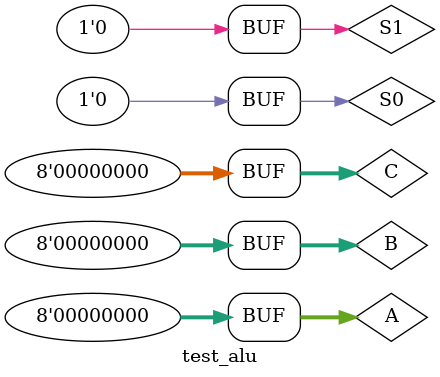
<source format=v>
`timescale 1ns / 1ps

module test_alu();

	reg [7:0] A;
	reg [7:0] B;
	reg [7:0] C;
	
	reg S0;
	reg S1;
	
	wire [15:0] OUT;
	
	alu uut(
		.A(A),
		.B(B),
		.C(C),
		.S0(S0),
		.S1(S1),
		.OUT(OUT)
	);
	
	initial begin 
		//00 case works 
		A = 8'd100;
		B = 8'd20;
		C = 8'd34;
		S0 = 1'b0;
		S1 = 1'b0;
		
		//01 case works
		#10
		A = 8'd15;
		B = 8'd34;
		C = 8'd3;
		S0 = 1'b0;
		S1 = 1'b1;

		//10 case doesnt work
		#10
		A = 8'd25;
		B = 8'd2;
		C = 8'd1;
		S0 = 1'b1;
		S1 = 1'b0;
		
		//11 case doesnt work
		#10
		A = 8'd1;
		B = 8'd255;
		C = 8'd128;
		S0 = 1'b1;
		S1 = 1'b1;
		
		//reset 
		#10
		A = 8'd0;
		B = 8'd0;
		C = 8'd0;
		S0 = 1'b0;
		S1 = 1'b0;
	end 
endmodule 
</source>
